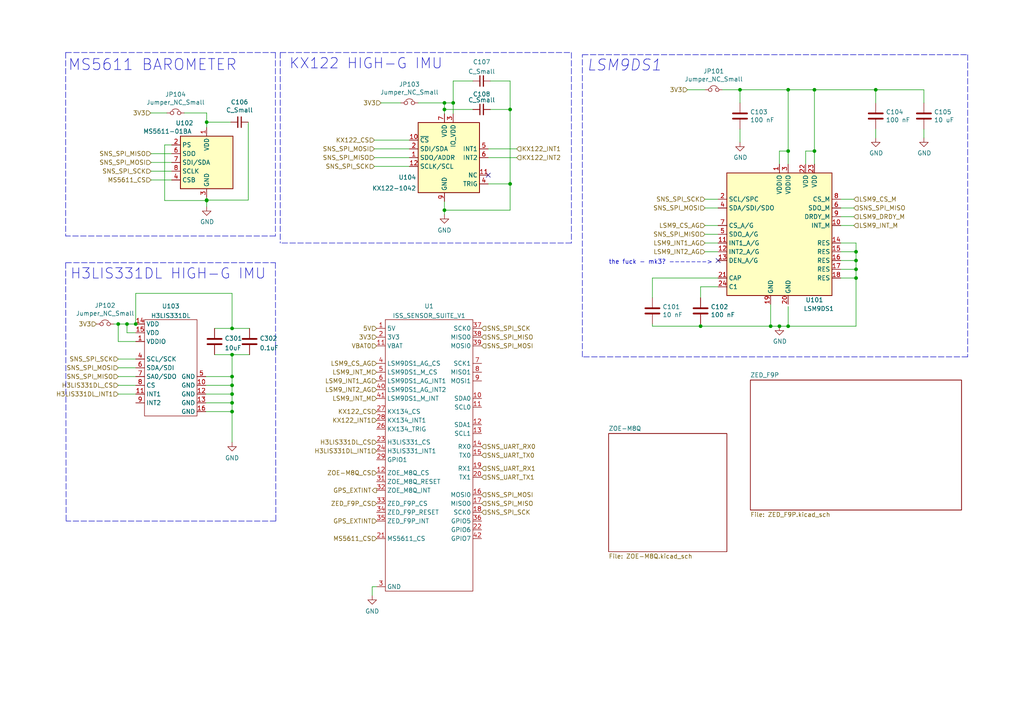
<source format=kicad_sch>
(kicad_sch (version 20211123) (generator eeschema)
  (paper "A4")
  (lib_symbols
    (symbol "Device:C" (pin_numbers hide) (pin_names (offset 0.254))
      (property "Reference" "C" (at 0.635 2.54 0))
      (property "Value" "C" (at 0.635 -2.54 0))
      (symbol "C_0_1"
        (polyline (pts (xy -2.032 -0.762) (xy 2.032 -0.762)) (stroke (width 0.508)))
        (polyline (pts (xy -2.032 0.762) (xy 2.032 0.762)) (stroke (width 0.508)))
      )
      (symbol "C_1_1"
        (pin passive line (at 0 3.81 270) (length 2.794) (name "~") (number "1"))
        (pin passive line (at 0 -3.81 90) (length 2.794) (name "~") (number "2"))
      )
    )
    (symbol "Device:C_Small" (pin_numbers hide) (pin_names (offset 0.254) hide)
      (property "Reference" "C" (at 0.254 1.778 0))
      (property "Value" "C_Small" (at 0.254 -2.032 0))
      (symbol "C_Small_0_1"
        (polyline (pts (xy -1.524 -0.508) (xy 1.524 -0.508)) (stroke (width 0.3302)))
        (polyline (pts (xy -1.524 0.508) (xy 1.524 0.508)) (stroke (width 0.3048)))
      )
      (symbol "C_Small_1_1"
        (pin passive line (at 0 2.54 270) (length 2.032) (name "~") (number "1"))
        (pin passive line (at 0 -2.54 90) (length 2.032) (name "~") (number "2"))
      )
    )
    (symbol "Device:Jumper_NC_Small" (pin_numbers hide) (pin_names (offset 0.762) hide)
      (property "Reference" "JP" (at 0 2.032 0))
      (property "Value" "Device_Jumper_NC_Small" (at 0.254 -1.524 0))
      (symbol "Jumper_NC_Small_0_1"
        (circle (center -1.016 0) (radius 0.508))
        (circle (center 1.016 0) (radius 0.508))
        (arc (start 1.016 0.762) (mid 0 1.1828) (end -1.016 0.762))
        (pin passive line (at -2.54 0 0) (length 1.016) (name "1") (number "1"))
        (pin passive line (at 2.54 0 180) (length 1.016) (name "2") (number "2"))
      )
    )
    (symbol "H3LIS331DL:H3LIS331DL"
      (property "Reference" "U" (at 0 16.51 0))
      (property "Value" "H3LIS331DL" (at 0 -13.97 0))
      (symbol "H3LIS331DL_0_1"
        (rectangle (start -7.62 15.24) (end 7.62 -12.7) (stroke (width 0.1524)))
      )
      (symbol "H3LIS331DL_1_1"
        (pin power_in line (at -10.16 8.89 0) (length 2.54) (name "VDDIO") (number "1"))
        (pin power_out line (at 10.16 -3.81 180) (length 2.54) (name "GND") (number "10"))
        (pin output line (at -10.16 -6.35 0) (length 2.54) (name "INT1") (number "11"))
        (pin power_out line (at 10.16 -6.35 180) (length 2.54) (name "GND") (number "12"))
        (pin power_out line (at 10.16 -8.89 180) (length 2.54) (name "GND") (number "13"))
        (pin power_in line (at -10.16 13.97 0) (length 2.54) (name "VDD") (number "14"))
        (pin power_in line (at -10.16 11.43 0) (length 2.54) (name "VDD") (number "15"))
        (pin power_out line (at 10.16 -11.43 180) (length 2.54) (name "GND") (number "16"))
        (pin input line (at -10.16 3.81 0) (length 2.54) (name "SCL/SCK") (number "4"))
        (pin power_out line (at 10.16 -1.27 180) (length 2.54) (name "GND") (number "5"))
        (pin input line (at -10.16 1.27 0) (length 2.54) (name "SDA/SDI") (number "6"))
        (pin output line (at -10.16 -1.27 0) (length 2.54) (name "SA0/SDO") (number "7"))
        (pin output line (at -10.16 -3.81 0) (length 2.54) (name "CS") (number "8"))
        (pin output line (at -10.16 -8.89 0) (length 2.54) (name "INT2") (number "9"))
      )
    )
    (symbol "SensorModule:ISS_SENSOR_SUITE_V1"
      (property "Reference" "U1" (at 0 26.7757 0))
      (property "Value" "ISS_SENSOR_SUITE_V1" (at 0 24.0006 0))
      (symbol "ISS_SENSOR_SUITE_V1_0_1"
        (rectangle (start -12.7 22.86) (end 12.7 -55.88) (stroke (width 0.1524)))
      )
      (symbol "ISS_SENSOR_SUITE_V1_1_1"
        (pin power_in line (at -15.24 20.32 0) (length 2.54) (name "5V") (number "1"))
        (pin bidirectional line (at 15.24 0 180) (length 2.54) (name "SDA0") (number "10"))
        (pin input line (at 15.24 -2.54 180) (length 2.54) (name "SCL0") (number "11"))
        (pin power_in line (at -15.24 15.24 0) (length 2.54) (name "VBAT") (number "11"))
        (pin bidirectional line (at 15.24 -7.62 180) (length 2.54) (name "SDA1") (number "12"))
        (pin input line (at -15.24 -21.59 0) (length 2.54) (name "ZOE_M8Q_CS") (number "12"))
        (pin input line (at 15.24 -10.16 180) (length 2.54) (name "SCL1") (number "13"))
        (pin input line (at 15.24 -13.97 180) (length 2.54) (name "RX0") (number "14"))
        (pin output line (at 15.24 -16.51 180) (length 2.54) (name "TX0") (number "15"))
        (pin input line (at 15.24 -27.94 180) (length 2.54) (name "MOSI0") (number "16"))
        (pin output line (at 15.24 -30.48 180) (length 2.54) (name "MISO0") (number "17"))
        (pin input line (at 15.24 -33.02 180) (length 2.54) (name "SCK0") (number "18"))
        (pin input line (at 15.24 -20.32 180) (length 2.54) (name "RX1") (number "19"))
        (pin power_in line (at -15.24 17.78 0) (length 2.54) (name "3V3") (number "2"))
        (pin output line (at 15.24 -22.86 180) (length 2.54) (name "TX1") (number "20"))
        (pin input line (at -15.24 -40.64 0) (length 2.54) (name "MS5611_CS") (number "21"))
        (pin free line (at 15.24 -38.1 180) (length 2.54) (name "GPIO6") (number "22"))
        (pin input line (at -15.24 -12.7 0) (length 2.54) (name "H3LIS331_CS") (number "23"))
        (pin output line (at -15.24 -15.24 0) (length 2.54) (name "H3LIS331_INT1") (number "24"))
        (pin output line (at -15.24 -8.89 0) (length 2.54) (name "KX134_TRIG") (number "26"))
        (pin input line (at -15.24 -3.81 0) (length 2.54) (name "KX134_CS") (number "27"))
        (pin output line (at -15.24 -6.35 0) (length 2.54) (name "KX134_INT1") (number "28"))
        (pin free line (at -15.24 -17.78 0) (length 2.54) (name "GPIO1") (number "29"))
        (pin input line (at -15.24 -54.61 0) (length 2.54) (name "GND") (number "3"))
        (pin input line (at -15.24 -24.13 0) (length 2.54) (name "ZOE_M8Q_RESET") (number "31"))
        (pin input line (at -15.24 -26.67 0) (length 2.54) (name "ZOE_M8Q_INT") (number "32"))
        (pin input line (at -15.24 -30.48 0) (length 2.54) (name "ZED_F9P_CS") (number "33"))
        (pin input line (at -15.24 -33.02 0) (length 2.54) (name "ZED_F9P_RESET") (number "34"))
        (pin input line (at -15.24 -35.56 0) (length 2.54) (name "ZED_F9P_INT") (number "35"))
        (pin free line (at 15.24 -35.56 180) (length 2.54) (name "GPIO5") (number "36"))
        (pin input line (at 15.24 20.32 180) (length 2.54) (name "SCK0") (number "37"))
        (pin output line (at 15.24 17.78 180) (length 2.54) (name "MISO0") (number "38"))
        (pin input line (at 15.24 15.24 180) (length 2.54) (name "MOSI0") (number "39"))
        (pin input line (at -15.24 10.16 0) (length 2.54) (name "LSM9DS1_AG_CS") (number "4"))
        (pin output line (at -15.24 2.54 0) (length 2.54) (name "LSM9DS1_AG_INT2") (number "40"))
        (pin output line (at -15.24 0 0) (length 2.54) (name "LSM9DS1_M_INT") (number "41"))
        (pin free line (at 15.24 -40.64 180) (length 2.54) (name "GPIO7") (number "42"))
        (pin input line (at -15.24 7.62 0) (length 2.54) (name "LSM9DS1_M_CS") (number "5"))
        (pin output line (at -15.24 5.08 0) (length 2.54) (name "LSM9DS1_AG_INT1") (number "6"))
        (pin input line (at 15.24 10.16 180) (length 2.54) (name "SCK1") (number "7"))
        (pin output line (at 15.24 7.62 180) (length 2.54) (name "MISO1") (number "8"))
        (pin input line (at 15.24 5.08 180) (length 2.54) (name "MOSI1") (number "9"))
      )
    )
    (symbol "Sensor_Motion:KX122-1042"
      (property "Reference" "U" (at -5.08 11.43 0))
      (property "Value" "KX122-1042" (at 3.81 11.43 0))
      (symbol "KX122-1042_0_1"
        (rectangle (start -7.62 10.16) (end 10.16 -10.16) (stroke (width 0.254)) (fill (type background)))
      )
      (symbol "KX122-1042_1_1"
        (pin bidirectional line (at -10.16 0 0) (length 2.54) (name "SDO/ADDR") (number "1"))
        (pin input line (at -10.16 5.08 0) (length 2.54) (name "~{CS}") (number "10"))
        (pin passive line (at 12.7 -5.08 180) (length 2.54) (name "NC") (number "11"))
        (pin input line (at -10.16 -2.54 0) (length 2.54) (name "SCLK/SCL") (number "12"))
        (pin bidirectional line (at -10.16 2.54 0) (length 2.54) (name "SDI/SDA") (number "2"))
        (pin power_in line (at 2.54 12.7 270) (length 2.54) (name "IO_VDD") (number "3"))
        (pin input line (at 12.7 -7.62 180) (length 2.54) (name "TRIG") (number "4"))
        (pin output line (at 12.7 2.54 180) (length 2.54) (name "INT1") (number "5"))
        (pin output line (at 12.7 0 180) (length 2.54) (name "INT2") (number "6"))
        (pin power_in line (at 0 12.7 270) (length 2.54) (name "VDD") (number "7"))
        (pin power_in line (at 0 -12.7 90) (length 2.54) (name "GND") (number "9"))
      )
    )
    (symbol "Sensor_Motion:LSM9DS1"
      (property "Reference" "U" (at -15.24 21.59 0))
      (property "Value" "LSM9DS1" (at -15.24 19.05 0))
      (symbol "LSM9DS1_0_1"
        (rectangle (start -15.24 17.78) (end 15.24 -17.78) (stroke (width 0.254)) (fill (type background)))
      )
      (symbol "LSM9DS1_1_1"
        (pin power_in line (at 0 20.32 270) (length 2.54) (name "VDDIO") (number "1"))
        (pin output line (at 17.78 2.54 180) (length 2.54) (name "INT_M") (number "10"))
        (pin output line (at -17.78 -2.54 0) (length 2.54) (name "INT1_A/G") (number "11"))
        (pin output line (at -17.78 -5.08 0) (length 2.54) (name "INT2_A/G") (number "12"))
        (pin input line (at -17.78 -7.62 0) (length 2.54) (name "DEN_A/G") (number "13"))
        (pin bidirectional line (at 17.78 -2.54 180) (length 2.54) (name "RES") (number "14"))
        (pin bidirectional line (at 17.78 -5.08 180) (length 2.54) (name "RES") (number "15"))
        (pin bidirectional line (at 17.78 -7.62 180) (length 2.54) (name "RES") (number "16"))
        (pin bidirectional line (at 17.78 -10.16 180) (length 2.54) (name "RES") (number "17"))
        (pin bidirectional line (at 17.78 -12.7 180) (length 2.54) (name "RES") (number "18"))
        (pin power_in line (at -2.54 -20.32 90) (length 2.54) (name "GND") (number "19"))
        (pin input line (at -17.78 10.16 0) (length 2.54) (name "SCL/SPC") (number "2"))
        (pin power_in line (at 2.54 -20.32 90) (length 2.54) (name "GND") (number "20"))
        (pin passive line (at -17.78 -12.7 0) (length 2.54) (name "CAP") (number "21"))
        (pin power_in line (at 7.62 20.32 270) (length 2.54) (name "VDD") (number "22"))
        (pin power_in line (at 10.16 20.32 270) (length 2.54) (name "VDD") (number "23"))
        (pin passive line (at -17.78 -15.24 0) (length 2.54) (name "C1") (number "24"))
        (pin power_in line (at 2.54 20.32 270) (length 2.54) (name "VDDIO") (number "3"))
        (pin bidirectional line (at -17.78 7.62 0) (length 2.54) (name "SDA/SDI/SDO") (number "4"))
        (pin output line (at -17.78 0 0) (length 2.54) (name "SDO_A/G") (number "5"))
        (pin output line (at 17.78 7.62 180) (length 2.54) (name "SDO_M") (number "6"))
        (pin input line (at -17.78 2.54 0) (length 2.54) (name "CS_A/G") (number "7"))
        (pin input line (at 17.78 10.16 180) (length 2.54) (name "CS_M") (number "8"))
        (pin output line (at 17.78 5.08 180) (length 2.54) (name "DRDY_M") (number "9"))
      )
    )
    (symbol "Sensor_Pressure:MS5611-01BA"
      (property "Reference" "U" (at -6.35 8.89 0))
      (property "Value" "MS5611-01BA" (at 7.62 8.89 0))
      (symbol "MS5611-01BA_0_1"
        (rectangle (start -7.62 7.62) (end 7.62 -7.62) (stroke (width 0.254)) (fill (type background)))
      )
      (symbol "MS5611-01BA_1_1"
        (pin power_in line (at 0 10.16 270) (length 2.54) (name "VDD") (number "1"))
        (pin input line (at -10.16 5.08 0) (length 2.54) (name "PS") (number "2"))
        (pin power_in line (at 0 -10.16 90) (length 2.54) (name "GND") (number "3"))
        (pin input line (at -10.16 -5.08 0) (length 2.54) (name "CSB") (number "4"))
        (pin input line (at -10.16 -5.08 0) (length 2.54) hide (name "CSB") (number "5"))
        (pin output line (at -10.16 2.54 0) (length 2.54) (name "SDO") (number "6"))
        (pin bidirectional line (at -10.16 0 0) (length 2.54) (name "SDI/SDA") (number "7"))
        (pin input line (at -10.16 -2.54 0) (length 2.54) (name "SCLK") (number "8"))
      )
    )
    (symbol "power:GND" (power) (pin_names (offset 0))
      (property "Value" "GND" (at 0 -3.81 0))
      (symbol "GND_0_1"
        (polyline (pts (xy 0 0) (xy 0 -1.27) (xy 1.27 -1.27) (xy 0 -2.54) (xy -1.27 -1.27) (xy 0 -1.27)))
      )
      (symbol "GND_1_1"
        (pin power_in line (at 0 0 270) (length 0) hide (name "GND") (number "1"))
      )
    )
  )
  (junction (at 59.944 35.433))
  (junction (at 228.6 26.035))
  (junction (at 128.905 31.75))
  (junction (at 67.31 111.76))
  (junction (at 248.285 73.025))
  (junction (at 147.955 31.75))
  (junction (at 34.29 93.98))
  (junction (at 254 26.035))
  (junction (at 228.6 94.615))
  (junction (at 131.445 29.845))
  (junction (at 59.944 58.166))
  (junction (at 236.22 26.035))
  (junction (at 248.285 80.645))
  (junction (at 203.2 94.615))
  (junction (at 67.31 102.87))
  (junction (at 67.31 114.3))
  (junction (at 226.06 94.615))
  (junction (at 147.955 53.34))
  (junction (at 248.285 78.105))
  (junction (at 67.31 95.25))
  (junction (at 248.285 75.565))
  (junction (at 236.22 43.815))
  (junction (at 223.52 94.615))
  (junction (at 214.63 26.035))
  (junction (at 67.31 109.22))
  (junction (at 39.37 93.98))
  (junction (at 67.31 116.84))
  (junction (at 128.905 29.845))
  (junction (at 128.905 60.96))
  (junction (at 228.6 43.815))
  (junction (at 67.31 119.38))
  (junction (at 59.944 58.039))
  (junction (at 36.83 93.98))
  (no_connect (at 141.605 50.8))
  (no_connect (at 208.28 75.565))
  (wire (pts (xy 204.47 70.485) (xy 208.28 70.485)))
  (wire (pts (xy 67.31 102.87) (xy 72.39 102.87)))
  (wire (pts (xy 214.63 26.035) (xy 228.6 26.035)))
  (wire (pts (xy 34.29 106.68) (xy 39.37 106.68)))
  (wire (pts (xy 39.37 93.98) (xy 39.37 85.09)))
  (wire (pts (xy 107.95 170.18) (xy 107.95 172.72)))
  (wire (pts (xy 236.22 26.035) (xy 236.22 43.815)))
  (wire (pts (xy 147.955 23.495) (xy 147.955 31.75)))
  (wire (pts (xy 208.28 80.645) (xy 189.23 80.645)))
  (wire (pts (xy 67.31 109.22) (xy 67.31 111.76)))
  (wire (pts (xy 59.69 111.76) (xy 67.31 111.76)))
  (wire (pts (xy 131.445 23.495) (xy 131.445 29.845)))
  (polyline (pts (xy 19.05 15.24) (xy 19.05 68.453)))
  (wire (pts (xy 243.84 75.565) (xy 248.285 75.565)))
  (wire (pts (xy 59.944 58.166) (xy 59.944 59.944)))
  (wire (pts (xy 39.37 93.98) (xy 36.83 93.98)))
  (wire (pts (xy 214.63 26.035) (xy 214.63 29.845)))
  (wire (pts (xy 203.2 94.615) (xy 223.52 94.615)))
  (wire (pts (xy 223.52 94.615) (xy 226.06 94.615)))
  (wire (pts (xy 67.31 95.25) (xy 72.39 95.25)))
  (wire (pts (xy 34.29 99.06) (xy 34.29 93.98)))
  (wire (pts (xy 36.83 96.52) (xy 36.83 93.98)))
  (wire (pts (xy 49.784 42.037) (xy 47.752 42.037)))
  (wire (pts (xy 228.6 26.035) (xy 228.6 43.815)))
  (polyline (pts (xy 19.05 15.24) (xy 79.883 15.24)))
  (wire (pts (xy 34.29 104.14) (xy 39.37 104.14)))
  (wire (pts (xy 49.784 47.117) (xy 43.815 47.117)))
  (wire (pts (xy 141.605 43.18) (xy 149.86 43.18)))
  (wire (pts (xy 189.23 93.98) (xy 189.23 94.615)))
  (wire (pts (xy 236.22 43.815) (xy 236.22 47.625)))
  (wire (pts (xy 248.285 73.025) (xy 248.285 75.565)))
  (wire (pts (xy 128.905 58.42) (xy 128.905 60.96)))
  (wire (pts (xy 226.06 43.815) (xy 226.06 47.625)))
  (wire (pts (xy 39.37 85.09) (xy 67.31 85.09)))
  (wire (pts (xy 228.6 43.815) (xy 226.06 43.815)))
  (wire (pts (xy 147.955 60.96) (xy 128.905 60.96)))
  (wire (pts (xy 203.2 93.98) (xy 203.2 94.615)))
  (wire (pts (xy 59.69 109.22) (xy 67.31 109.22)))
  (wire (pts (xy 59.944 35.433) (xy 59.944 32.766)))
  (wire (pts (xy 204.47 60.325) (xy 208.28 60.325)))
  (wire (pts (xy 49.784 52.197) (xy 43.815 52.197)))
  (polyline (pts (xy 280.67 15.875) (xy 280.67 103.505)))
  (wire (pts (xy 199.39 26.035) (xy 204.47 26.035)))
  (wire (pts (xy 247.65 60.325) (xy 243.84 60.325)))
  (wire (pts (xy 72.009 58.039) (xy 59.944 58.039)))
  (polyline (pts (xy 19.05 76.2) (xy 79.883 76.2)))
  (wire (pts (xy 49.784 44.577) (xy 43.815 44.577)))
  (wire (pts (xy 248.285 75.565) (xy 248.285 78.105)))
  (polyline (pts (xy 79.883 68.453) (xy 19.05 68.453)))
  (wire (pts (xy 142.24 31.75) (xy 147.955 31.75)))
  (polyline (pts (xy 165.735 70.485) (xy 81.28 70.485)))
  (wire (pts (xy 254 37.465) (xy 254 40.005)))
  (wire (pts (xy 204.47 67.945) (xy 208.28 67.945)))
  (wire (pts (xy 142.24 23.495) (xy 147.955 23.495)))
  (wire (pts (xy 248.285 94.615) (xy 228.6 94.615)))
  (wire (pts (xy 247.65 62.865) (xy 243.84 62.865)))
  (wire (pts (xy 121.285 29.845) (xy 128.905 29.845)))
  (wire (pts (xy 62.23 95.25) (xy 67.31 95.25)))
  (wire (pts (xy 67.31 114.3) (xy 67.31 116.84)))
  (wire (pts (xy 267.97 26.035) (xy 267.97 29.845)))
  (wire (pts (xy 62.23 102.87) (xy 67.31 102.87)))
  (wire (pts (xy 236.22 43.815) (xy 233.68 43.815)))
  (polyline (pts (xy 168.91 103.505) (xy 168.91 15.875)))
  (wire (pts (xy 34.29 111.76) (xy 39.37 111.76)))
  (wire (pts (xy 49.784 49.657) (xy 43.815 49.657)))
  (polyline (pts (xy 79.883 15.24) (xy 79.883 68.453)))
  (wire (pts (xy 128.905 60.96) (xy 128.905 62.23)))
  (wire (pts (xy 109.22 170.18) (xy 107.95 170.18)))
  (polyline (pts (xy 19.05 76.2) (xy 19.177 151.13)))
  (wire (pts (xy 204.47 73.025) (xy 208.28 73.025)))
  (wire (pts (xy 47.752 58.166) (xy 59.944 58.166)))
  (wire (pts (xy 108.585 45.72) (xy 118.745 45.72)))
  (wire (pts (xy 131.445 29.845) (xy 131.445 33.02)))
  (wire (pts (xy 243.84 73.025) (xy 248.285 73.025)))
  (wire (pts (xy 147.955 53.34) (xy 147.955 60.96)))
  (wire (pts (xy 34.29 93.98) (xy 36.83 93.98)))
  (wire (pts (xy 48.387 32.766) (xy 43.688 32.766)))
  (wire (pts (xy 108.585 40.64) (xy 118.745 40.64)))
  (wire (pts (xy 67.31 85.09) (xy 67.31 95.25)))
  (wire (pts (xy 59.944 36.957) (xy 59.944 35.433)))
  (wire (pts (xy 67.31 116.84) (xy 67.31 119.38)))
  (wire (pts (xy 34.29 99.06) (xy 39.37 99.06)))
  (wire (pts (xy 59.944 58.039) (xy 59.944 58.166)))
  (wire (pts (xy 141.605 45.72) (xy 149.86 45.72)))
  (wire (pts (xy 243.84 70.485) (xy 248.285 70.485)))
  (wire (pts (xy 59.944 57.277) (xy 59.944 58.039)))
  (wire (pts (xy 223.52 88.265) (xy 223.52 94.615)))
  (wire (pts (xy 267.97 37.465) (xy 267.97 40.005)))
  (wire (pts (xy 128.905 31.75) (xy 137.16 31.75)))
  (wire (pts (xy 67.31 111.76) (xy 67.31 114.3)))
  (wire (pts (xy 243.84 80.645) (xy 248.285 80.645)))
  (wire (pts (xy 208.28 83.185) (xy 203.2 83.185)))
  (wire (pts (xy 209.55 26.035) (xy 214.63 26.035)))
  (wire (pts (xy 59.69 114.3) (xy 67.31 114.3)))
  (wire (pts (xy 247.65 65.405) (xy 243.84 65.405)))
  (polyline (pts (xy 81.28 15.24) (xy 165.735 15.24)))
  (wire (pts (xy 67.31 102.87) (xy 67.31 109.22)))
  (wire (pts (xy 254 26.035) (xy 254 29.845)))
  (wire (pts (xy 39.37 96.52) (xy 36.83 96.52)))
  (wire (pts (xy 228.6 43.815) (xy 228.6 47.625)))
  (wire (pts (xy 214.63 37.465) (xy 214.63 41.275)))
  (wire (pts (xy 128.905 29.845) (xy 131.445 29.845)))
  (wire (pts (xy 59.69 119.38) (xy 67.31 119.38)))
  (polyline (pts (xy 165.735 15.24) (xy 165.735 70.485)))
  (wire (pts (xy 34.29 109.22) (xy 39.37 109.22)))
  (wire (pts (xy 34.29 114.3) (xy 39.37 114.3)))
  (wire (pts (xy 131.445 23.495) (xy 137.16 23.495)))
  (wire (pts (xy 204.47 57.785) (xy 208.28 57.785)))
  (wire (pts (xy 228.6 26.035) (xy 236.22 26.035)))
  (polyline (pts (xy 81.28 15.24) (xy 81.28 70.485)))
  (wire (pts (xy 59.69 116.84) (xy 67.31 116.84)))
  (wire (pts (xy 147.955 31.75) (xy 147.955 53.34)))
  (wire (pts (xy 189.23 94.615) (xy 203.2 94.615)))
  (wire (pts (xy 128.905 31.75) (xy 128.905 29.845)))
  (wire (pts (xy 110.49 29.845) (xy 116.205 29.845)))
  (wire (pts (xy 228.6 88.9) (xy 228.6 94.615)))
  (wire (pts (xy 39.497 93.98) (xy 39.37 93.98)))
  (wire (pts (xy 67.31 119.38) (xy 67.31 128.27)))
  (wire (pts (xy 72.009 35.433) (xy 72.009 58.039)))
  (wire (pts (xy 141.605 53.34) (xy 147.955 53.34)))
  (wire (pts (xy 243.84 78.105) (xy 248.285 78.105)))
  (wire (pts (xy 108.585 48.26) (xy 118.745 48.26)))
  (wire (pts (xy 228.6 94.615) (xy 226.06 94.615)))
  (wire (pts (xy 128.905 33.02) (xy 128.905 31.75)))
  (wire (pts (xy 247.65 57.785) (xy 243.84 57.785)))
  (polyline (pts (xy 280.67 103.505) (xy 168.91 103.505)))
  (wire (pts (xy 233.68 43.815) (xy 233.68 47.625)))
  (polyline (pts (xy 80.01 151.13) (xy 19.177 151.13)))
  (wire (pts (xy 33.02 93.98) (xy 34.29 93.98)))
  (polyline (pts (xy 79.883 76.2) (xy 80.01 151.13)))
  (wire (pts (xy 59.944 32.766) (xy 53.467 32.766)))
  (wire (pts (xy 236.22 26.035) (xy 254 26.035)))
  (wire (pts (xy 254 26.035) (xy 267.97 26.035)))
  (wire (pts (xy 203.2 83.185) (xy 203.2 86.36)))
  (wire (pts (xy 248.285 70.485) (xy 248.285 73.025)))
  (polyline (pts (xy 168.91 15.875) (xy 280.67 15.875)))
  (wire (pts (xy 108.585 43.18) (xy 118.745 43.18)))
  (wire (pts (xy 47.752 42.037) (xy 47.752 58.166)))
  (wire (pts (xy 189.23 80.645) (xy 189.23 86.36)))
  (wire (pts (xy 248.285 80.645) (xy 248.285 94.615)))
  (wire (pts (xy 204.47 65.405) (xy 208.28 65.405)))
  (wire (pts (xy 66.929 35.433) (xy 59.944 35.433)))
  (wire (pts (xy 248.285 78.105) (xy 248.285 80.645)))
  (text "MS5611 BAROMETER" (at 19.685 20.828 0) (effects (font (size 3.2004 3.2004)) (justify left bottom)))
  (text "LSM9DS1\n" (at 170.18 20.955 0) (effects (font (size 3.2004 3.2004) italic) (justify left bottom)))
  (text "the fuck - mk3? ------->\n" (at 176.53 76.835 0) (effects (font (size 1.27 1.27)) (justify left bottom)))
  (text "H3LIS331DL HIGH-G IMU" (at 20.32 81.28 0) (effects (font (size 3 3)) (justify left bottom)))
  (text "KX122 HIGH-G IMU" (at 83.82 20.32 0) (effects (font (size 3 3)) (justify left bottom)))
  (hierarchical_label "SNS_SPI_MOSI" (shape input) (at 139.7 100.33 0))
  (hierarchical_label "LSM9_INT_M" (shape input) (at 109.22 115.57 180))
  (hierarchical_label "SNS_SPI_MISO" (shape input) (at 34.29 109.22 180))
  (hierarchical_label "SNS_SPI_MISO" (shape input) (at 204.47 67.945 180))
  (hierarchical_label "SNS_SPI_MISO" (shape input) (at 139.7 146.05 0))
  (hierarchical_label "SNS_SPI_MOSI" (shape input) (at 108.585 43.18 180))
  (hierarchical_label "LSM9_INT2_AG" (shape input) (at 204.47 73.025 180))
  (hierarchical_label "SNS_SPI_MOSI" (shape input) (at 34.29 106.68 180))
  (hierarchical_label "LSM9_CS_M" (shape input) (at 247.65 57.785 0))
  (hierarchical_label "KX122_INT1" (shape input) (at 149.86 43.18 0))
  (hierarchical_label "SNS_SPI_SCK" (shape input) (at 204.47 57.785 180))
  (hierarchical_label "MS5611_CS" (shape input) (at 43.815 52.197 180))
  (hierarchical_label "SNS_SPI_MOSI" (shape input) (at 43.815 47.117 180))
  (hierarchical_label "SNS_SPI_SCK" (shape input) (at 108.585 48.26 180))
  (hierarchical_label "SNS_SPI_MOSI" (shape input) (at 204.47 60.325 180))
  (hierarchical_label "KX122_INT2" (shape input) (at 149.86 45.72 0))
  (hierarchical_label "SNS_UART_RX1" (shape input) (at 139.7 135.89 0))
  (hierarchical_label "H3LIS331DL_INT1" (shape input) (at 34.29 114.3 180))
  (hierarchical_label "H3LIS331DL_INT1" (shape input) (at 109.22 130.81 180))
  (hierarchical_label "SNS_SPI_MISO" (shape input) (at 247.65 60.325 0))
  (hierarchical_label "SNS_UART_RX0" (shape input) (at 139.7 129.54 0))
  (hierarchical_label "SNS_SPI_MISO" (shape input) (at 43.815 44.577 180))
  (hierarchical_label "5V" (shape input) (at 109.22 95.25 180))
  (hierarchical_label "3V3" (shape input) (at 110.49 29.845 180))
  (hierarchical_label "ZED_F9P_CS" (shape input) (at 109.22 146.05 180))
  (hierarchical_label "LSM9_INT2_AG" (shape input) (at 109.22 113.03 180))
  (hierarchical_label "LSM9_CS_AG" (shape input) (at 109.22 105.41 180))
  (hierarchical_label "SNS_SPI_MISO" (shape input) (at 108.585 45.72 180))
  (hierarchical_label "3V3" (shape input) (at 43.688 32.766 180))
  (hierarchical_label "GPS_EXTINT" (shape output) (at 109.22 142.24 180))
  (hierarchical_label "LSM9_INT_M" (shape input) (at 247.65 65.405 0))
  (hierarchical_label "SNS_SPI_MISO" (shape input) (at 139.7 97.79 0))
  (hierarchical_label "SNS_SPI_SCK" (shape input) (at 139.7 95.25 0))
  (hierarchical_label "LSM9_INT_M" (shape input) (at 109.22 107.95 180))
  (hierarchical_label "SNS_SPI_SCK" (shape input) (at 139.7 148.59 0))
  (hierarchical_label "3V3" (shape input) (at 199.39 26.035 180))
  (hierarchical_label "SNS_SPI_SCK" (shape input) (at 43.815 49.657 180))
  (hierarchical_label "LSM9_INT1_AG" (shape input) (at 109.22 110.49 180))
  (hierarchical_label "3V3" (shape input) (at 109.22 97.79 180))
  (hierarchical_label "SNS_UART_TX1" (shape input) (at 139.7 138.43 0))
  (hierarchical_label "SNS_SPI_SCK" (shape input) (at 34.29 104.14 180))
  (hierarchical_label "SNS_SPI_MOSI" (shape input) (at 139.7 143.51 0))
  (hierarchical_label "MS5611_CS" (shape input) (at 109.22 156.21 180))
  (hierarchical_label "KX122_CS" (shape input) (at 109.22 119.38 180))
  (hierarchical_label "KX122_INT1" (shape input) (at 109.22 121.92 180))
  (hierarchical_label "H3LIS331DL_CS" (shape input) (at 109.22 128.27 180))
  (hierarchical_label "ZOE-M8Q_CS" (shape input) (at 109.22 137.16 180))
  (hierarchical_label "LSM9_CS_AG" (shape input) (at 204.47 65.405 180))
  (hierarchical_label "LSM9_INT1_AG" (shape input) (at 204.47 70.485 180))
  (hierarchical_label "VBAT0" (shape input) (at 109.22 100.33 180))
  (hierarchical_label "GPS_EXTINT" (shape input) (at 109.22 151.13 180))
  (hierarchical_label "KX122_CS" (shape input) (at 108.585 40.64 180))
  (hierarchical_label "H3LIS331DL_CS" (shape input) (at 34.29 111.76 180))
  (hierarchical_label "LSM9_DRDY_M" (shape input) (at 247.65 62.865 0))
  (hierarchical_label "SNS_UART_TX0" (shape input) (at 139.7 132.08 0))
  (hierarchical_label "3V3" (shape input) (at 27.94 93.98 180))
  (symbol (lib_id "Sensor_Pressure:MS5611-01BA") (at 59.944 47.117 0) (unit 1)
    (property "Reference" "U102" (at 50.927 35.687 0) (effects (justify left)))
    (property "Value" "MS5611-01BA" (at 41.529 38.1 0) (effects (justify left)))
    (property "Footprint" "Package_LGA:LGA-8_3x5mm_P1.25mm" (effects hide))
    (property "Datasheet" "https://www.te.com/commerce/DocumentDelivery/DDEController?Action=srchrtrv&DocNm=MS5611-01BA03&DocType=Data+Sheet&DocLang=English" (effects hide))
  )
  (symbol (lib_id "Device:Jumper_NC_Small") (at 50.927 32.766 0) (unit 1)
    (property "Reference" "JP104" (at 50.927 27.3812 0))
    (property "Value" "Jumper_NC_Small" (at 50.927 29.6926 0))
    (property "Footprint" "Jumper:SolderJumper-2_P1.3mm_Bridged_RoundedPad1.0x1.5mm" (effects hide))
  )
  (symbol (lib_id "power:GND") (at 59.944 59.944 0) (unit 1)
    (property "Reference" "#PWR0105" (effects hide))
    (property "Value" "GND" (at 60.071 64.3382 0))
  )
  (symbol (lib_id "Device:C_Small") (at 69.469 35.433 270) (unit 1)
    (property "Reference" "C106" (at 69.469 29.6164 90))
    (property "Value" "C_Small" (at 69.469 31.9278 90))
    (property "Footprint" "Capacitor_SMD:C_0805_2012Metric" (effects hide))
  )
  (symbol (lib_id "Sensor_Motion:LSM9DS1") (at 226.06 67.945 0) (unit 1)
    (property "Reference" "U101" (at 236.22 86.995 0))
    (property "Value" "LSM9DS1" (at 237.49 89.535 0))
    (property "Footprint" "Package_LGA:LGA-24L_3x3.5mm_P0.43mm" (effects hide))
    (property "Datasheet" "http://www.st.com/content/ccc/resource/technical/document/datasheet/1e/3f/2a/d6/25/eb/48/46/DM00103319.pdf/files/DM00103319.pdf/jcr:content/translations/en.DM00103319.pdf" (effects hide))
  )
  (symbol (lib_id "Device:Jumper_NC_Small") (at 207.01 26.035 0) (unit 1)
    (property "Reference" "JP101" (at 207.01 20.6502 0))
    (property "Value" "Jumper_NC_Small" (at 207.01 22.9616 0))
    (property "Footprint" "Jumper:SolderJumper-2_P1.3mm_Bridged_RoundedPad1.0x1.5mm" (effects hide))
  )
  (symbol (lib_id "Device:C") (at 214.63 33.655 0) (unit 1)
    (property "Reference" "C103" (at 217.551 32.4866 0) (effects (justify left)))
    (property "Value" "100 nF" (at 217.551 34.798 0) (effects (justify left)))
    (property "Footprint" "Capacitor_SMD:C_0805_2012Metric" (effects hide))
  )
  (symbol (lib_id "power:GND") (at 214.63 41.275 0) (unit 1)
    (property "Reference" "#PWR0101" (effects hide))
    (property "Value" "GND" (at 214.757 45.6692 0))
  )
  (symbol (lib_id "Device:C") (at 254 33.655 0) (unit 1)
    (property "Reference" "C104" (at 256.921 32.4866 0) (effects (justify left)))
    (property "Value" "100 nF" (at 256.921 34.798 0) (effects (justify left)))
    (property "Footprint" "Capacitor_SMD:C_0805_2012Metric" (effects hide))
  )
  (symbol (lib_id "power:GND") (at 254 40.005 0) (unit 1)
    (property "Reference" "#PWR0103" (effects hide))
    (property "Value" "GND" (at 254.127 44.3992 0))
  )
  (symbol (lib_id "Device:C") (at 267.97 33.655 0) (unit 1)
    (property "Reference" "C105" (at 270.891 32.4866 0) (effects (justify left)))
    (property "Value" "10 uF" (at 270.891 34.798 0) (effects (justify left)))
    (property "Footprint" "Capacitor_SMD:C_0805_2012Metric" (effects hide))
  )
  (symbol (lib_id "power:GND") (at 267.97 40.005 0) (unit 1)
    (property "Reference" "#PWR0104" (effects hide))
    (property "Value" "GND" (at 268.097 44.3992 0))
  )
  (symbol (lib_id "power:GND") (at 226.06 94.615 0) (unit 1)
    (property "Reference" "#PWR0102" (effects hide))
    (property "Value" "GND" (at 226.187 99.0092 0))
  )
  (symbol (lib_id "Device:C") (at 203.2 90.17 0) (unit 1)
    (property "Reference" "C102" (at 206.121 89.0016 0) (effects (justify left)))
    (property "Value" "100 nF" (at 206.121 91.313 0) (effects (justify left)))
    (property "Footprint" "Capacitor_SMD:C_0805_2012Metric" (effects hide))
  )
  (symbol (lib_id "Device:C") (at 189.23 90.17 0) (unit 1)
    (property "Reference" "C101" (at 192.151 89.0016 0) (effects (justify left)))
    (property "Value" "10 nF" (at 192.151 91.313 0) (effects (justify left)))
    (property "Footprint" "Capacitor_SMD:C_0805_2012Metric" (effects hide))
  )
  (symbol (lib_id "Device:C_Small") (at 139.7 23.495 90) (unit 1)
    (property "Reference" "C107" (at 139.7063 17.9664 90))
    (property "Value" "C_Small" (at 139.7063 20.7415 90))
    (property "Footprint" "Capacitor_SMD:C_0805_2012Metric" (effects hide))
  )
  (symbol (lib_id "Sensor_Motion:KX122-1042") (at 128.905 45.72 0) (unit 1)
    (property "Reference" "U104" (at 115.57 51.435 0) (effects (justify left)))
    (property "Value" "KX122-1042" (at 107.95 54.61 0) (effects (justify left)))
    (property "Footprint" "Package_LGA:LGA-12_2x2mm_P0.5mm" (effects hide))
    (property "Datasheet" "http://kionixfs.kionix.com/en/datasheet/KX112-1042-Specifications-Rev-6.0.pdf" (effects hide))
  )
  (symbol (lib_id "Device:Jumper_NC_Small") (at 118.745 29.845 0) (unit 1)
    (property "Reference" "JP103" (at 118.745 24.4602 0))
    (property "Value" "Jumper_NC_Small" (at 118.745 26.7716 0))
    (property "Footprint" "Jumper:SolderJumper-2_P1.3mm_Bridged_RoundedPad1.0x1.5mm" (effects hide))
  )
  (symbol (lib_id "Device:Jumper_NC_Small") (at 30.48 93.98 0) (unit 1)
    (property "Reference" "JP102" (at 30.48 88.5952 0))
    (property "Value" "Jumper_NC_Small" (at 30.48 90.9066 0))
    (property "Footprint" "Jumper:SolderJumper-2_P1.3mm_Bridged_RoundedPad1.0x1.5mm" (effects hide))
  )
  (symbol (lib_id "Device:C") (at 62.23 99.06 0) (unit 1)
    (property "Reference" "C301" (at 65.151 98.1515 0) (effects (justify left)))
    (property "Value" "10uF" (at 65.151 100.9266 0) (effects (justify left)))
    (property "Footprint" "Capacitor_SMD:C_0805_2012Metric" (effects hide))
  )
  (symbol (lib_id "Device:C_Small") (at 139.7 31.75 90) (unit 1)
    (property "Reference" "C108" (at 139.7 27.305 90))
    (property "Value" "C_Small" (at 139.7063 28.9965 90))
    (property "Footprint" "Capacitor_SMD:C_0805_2012Metric" (effects hide))
  )
  (symbol (lib_id "power:GND") (at 67.31 128.27 0) (unit 1)
    (property "Reference" "#PWR0106" (effects hide))
    (property "Value" "GND" (at 67.31 132.8325 0))
  )
  (symbol (lib_id "H3LIS331DL:H3LIS331DL") (at 49.53 107.95 0) (unit 1)
    (property "Reference" "U103" (at 49.53 88.7943 0))
    (property "Value" "H3LIS331DL" (at 49.53 91.5694 0))
    (property "Footprint" "Package_LGA:LGA-16_3x3mm_P0.5mm_LayoutBorder3x5y" (effects hide))
  )
  (symbol (lib_id "Device:C") (at 72.39 99.06 0) (unit 1)
    (property "Reference" "C302" (at 75.311 98.1515 0) (effects (justify left)))
    (property "Value" "0.1uF" (at 75.311 100.9266 0) (effects (justify left)))
    (property "Footprint" "Capacitor_SMD:C_0805_2012Metric" (effects hide))
  )
  (symbol (lib_id "power:GND") (at 128.905 62.23 0) (unit 1)
    (property "Reference" "#PWR0107" (effects hide))
    (property "Value" "GND" (at 128.905 66.7925 0))
  )
  (symbol (lib_id "power:GND") (at 107.95 172.72 0) (unit 1)
    (property "Reference" "#PWR0108" (effects hide))
    (property "Value" "GND" (at 107.95 177.2825 0))
  )
  (symbol (lib_id "SensorModule:ISS_SENSOR_SUITE_V1") (at 124.46 115.57 0) (unit 1)
    (property "Reference" "U1" (at 124.46 88.7943 0))
    (property "Value" "ISS_SENSOR_SUITE_V1" (at 124.46 91.5694 0))
    (property "Footprint" "SensorSuite:General Sensor Module - 9x12 pin" (effects hide))
  )
  (sheet (at 176.53 125.73) (size 34.29 34.29) (stroke (width 0.1524))
    (property "Sheet name" "ZOE-M8Q" (at 176.53 125.0184 0) (effects (justify left bottom)))
    (property "Sheet file" "ZOE-M8Q.kicad_sch" (at 176.53 160.6046 0) (effects (justify left top)))
  )
  (sheet (at 217.6272 110.236) (size 61.2648 37.6936) (stroke (width 0.1524))
    (property "Sheet name" "ZED_F9P" (at 217.6272 109.5244 0) (effects (justify left bottom)))
    (property "Sheet file" "ZED_F9P.kicad_sch" (at 217.6272 148.5142 0) (effects (justify left top)))
  )
)
</source>
